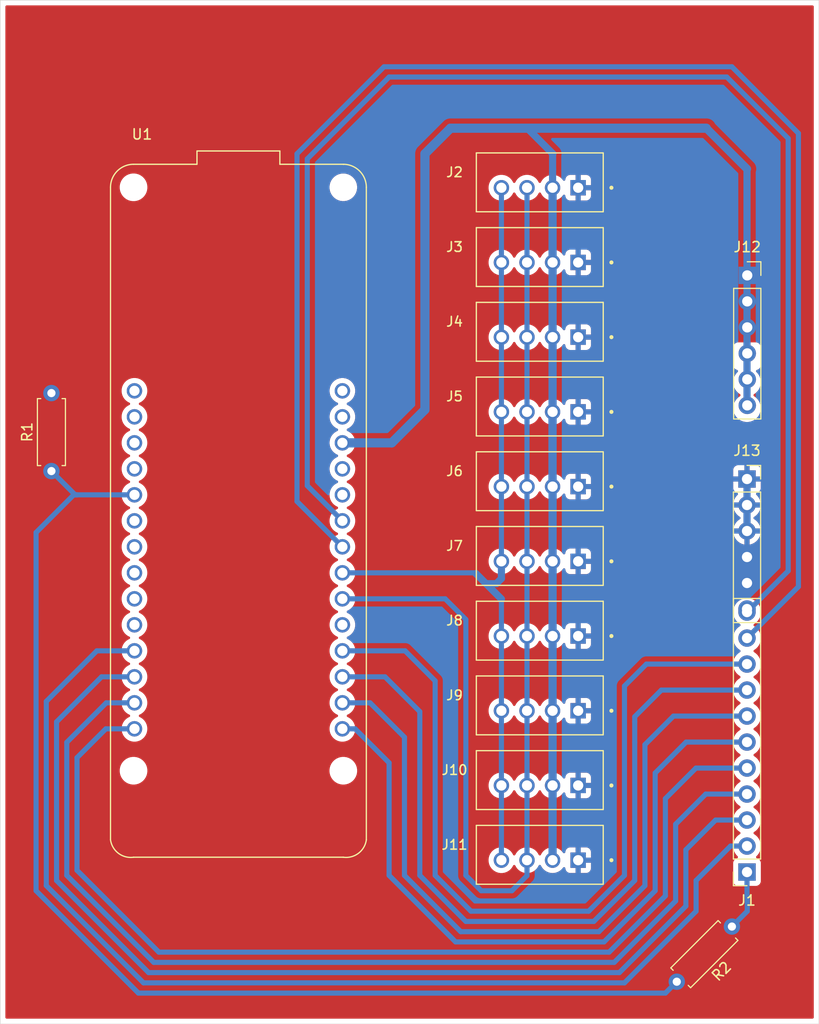
<source format=kicad_pcb>
(kicad_pcb (version 20241229) (generator "pcbnew") (generator_version "9.0")
  (layers (0 "F.Cu" signal) (2 "B.Cu" signal) (13 "F.Paste" user) (15 "B.Paste" user) (5 "F.SilkS" user "F.Silkscreen") (7 "B.SilkS" user "B.Silkscreen") (1 "F.Mask" user) (3 "B.Mask" user) (25 "Edge.Cuts" user))
  (net 0 "")
  (net 1 "/D5")
  (net 2 "/D2")
  (net 3 "/A3")
  (net 4 "/D6")
  (net 5 "/D4")
  (net 6 "/D3")
  (net 7 "/D9_SCK")
  (net 8 "/D7")
  (net 9 "/TX_D14")
  (net 10 "/RX_D13")
  (net 11 "/GND")
  (net 12 "/3v3")
  (net 13 "/SCL")
  (net 14 "/SDA")
  (net 29 "/D8_MOSI")
  (net 30 "Net-(J1-Pin_1)")
  (footprint "B4B-XH-A_LF__SN_:JST_B4B-XH-A_LF__SN_" (layer "F.Cu") (at 152.725 91.59)
    (property "Reference" "J8" (at -8.33 -0.985 0) (layer "F.SilkS") (effects (font (size 0.944882 0.944882))))
    (property "Value" "Pressure_Sensor")
    (fp_line (start -6.2 -2.875) (end 6.2 -2.875) (stroke (width 0.127)) (layer "F.SilkS"))
    (fp_line (start -6.2 2.875) (end -6.2 -2.875) (stroke (width 0.127)) (layer "F.SilkS"))
    (fp_line (start 6.2 -2.875) (end 6.2 2.875) (stroke (width 0.127)) (layer "F.SilkS"))
    (fp_line (start 6.2 2.875) (end -6.2 2.875) (stroke (width 0.127)) (layer "F.SilkS"))
    (fp_circle (center 7 0.525) (end 7.1 0.525) (stroke (width 0.2)) (fill no) (layer "F.SilkS"))
    (pad "1" thru_hole rect (at 3.75 0.525) (size 1.508 1.508) (drill 1) (layers "*.Cu" "*.Mask") (net 11 "/GND"))
    (pad "2" thru_hole circle (at 1.25 0.525) (size 1.508 1.508) (drill 1) (layers "*.Cu" "*.Mask") (net 12 "/3v3"))
    (pad "3" thru_hole circle (at -1.25 0.525) (size 1.508 1.508) (drill 1) (layers "*.Cu" "*.Mask") (net 14 "/SDA"))
    (pad "4" thru_hole circle (at -3.75 0.525) (size 1.508 1.508) (drill 1) (layers "*.Cu" "*.Mask") (net 13 "/SCL"))
  )
  (footprint "B4B-XH-A_LF__SN_:JST_B4B-XH-A_LF__SN_" (layer "F.Cu") (at 152.725 47.79)
    (property "Reference" "J2" (at -8.33 -0.985 0) (layer "F.SilkS") (effects (font (size 0.944882 0.944882))))
    (property "Value" "TH_Deep_Sensor")
    (fp_line (start -6.2 -2.875) (end 6.2 -2.875) (stroke (width 0.127)) (layer "F.SilkS"))
    (fp_line (start -6.2 2.875) (end -6.2 -2.875) (stroke (width 0.127)) (layer "F.SilkS"))
    (fp_line (start 6.2 -2.875) (end 6.2 2.875) (stroke (width 0.127)) (layer "F.SilkS"))
    (fp_line (start 6.2 2.875) (end -6.2 2.875) (stroke (width 0.127)) (layer "F.SilkS"))
    (fp_circle (center 7 0.525) (end 7.1 0.525) (stroke (width 0.2)) (fill no) (layer "F.SilkS"))
    (pad "1" thru_hole rect (at 3.75 0.525) (size 1.508 1.508) (drill 1) (layers "*.Cu" "*.Mask") (net 11 "/GND"))
    (pad "2" thru_hole circle (at 1.25 0.525) (size 1.508 1.508) (drill 1) (layers "*.Cu" "*.Mask") (net 12 "/3v3"))
    (pad "3" thru_hole circle (at -1.25 0.525) (size 1.508 1.508) (drill 1) (layers "*.Cu" "*.Mask") (net 14 "/SDA"))
    (pad "4" thru_hole circle (at -3.75 0.525) (size 1.508 1.508) (drill 1) (layers "*.Cu" "*.Mask") (net 13 "/SCL"))
  )
  (footprint "B4B-XH-A_LF__SN_:JST_B4B-XH-A_LF__SN_" (layer "F.Cu") (at 152.725 62.39)
    (property "Reference" "J4" (at -8.33 -0.985 0) (layer "F.SilkS") (effects (font (size 0.944882 0.944882))))
    (property "Value" "UV_IR_Sensor")
    (fp_line (start -6.2 -2.875) (end 6.2 -2.875) (stroke (width 0.127)) (layer "F.SilkS"))
    (fp_line (start -6.2 2.875) (end -6.2 -2.875) (stroke (width 0.127)) (layer "F.SilkS"))
    (fp_line (start 6.2 -2.875) (end 6.2 2.875) (stroke (width 0.127)) (layer "F.SilkS"))
    (fp_line (start 6.2 2.875) (end -6.2 2.875) (stroke (width 0.127)) (layer "F.SilkS"))
    (fp_circle (center 7 0.525) (end 7.1 0.525) (stroke (width 0.2)) (fill no) (layer "F.SilkS"))
    (pad "1" thru_hole rect (at 3.75 0.525) (size 1.508 1.508) (drill 1) (layers "*.Cu" "*.Mask") (net 11 "/GND"))
    (pad "2" thru_hole circle (at 1.25 0.525) (size 1.508 1.508) (drill 1) (layers "*.Cu" "*.Mask") (net 12 "/3v3"))
    (pad "3" thru_hole circle (at -1.25 0.525) (size 1.508 1.508) (drill 1) (layers "*.Cu" "*.Mask") (net 14 "/SDA"))
    (pad "4" thru_hole circle (at -3.75 0.525) (size 1.508 1.508) (drill 1) (layers "*.Cu" "*.Mask") (net 13 "/SCL"))
  )
  (footprint "B4B-XH-A_LF__SN_:JST_B4B-XH-A_LF__SN_" (layer "F.Cu") (at 152.725 84.29)
    (property "Reference" "J7" (at -8.33 -0.985 0) (layer "F.SilkS") (effects (font (size 0.944882 0.944882))))
    (property "Value" "CO2_Sensor")
    (fp_line (start -6.2 -2.875) (end 6.2 -2.875) (stroke (width 0.127)) (layer "F.SilkS"))
    (fp_line (start -6.2 2.875) (end -6.2 -2.875) (stroke (width 0.127)) (layer "F.SilkS"))
    (fp_line (start 6.2 -2.875) (end 6.2 2.875) (stroke (width 0.127)) (layer "F.SilkS"))
    (fp_line (start 6.2 2.875) (end -6.2 2.875) (stroke (width 0.127)) (layer "F.SilkS"))
    (fp_circle (center 7 0.525) (end 7.1 0.525) (stroke (width 0.2)) (fill no) (layer "F.SilkS"))
    (pad "1" thru_hole rect (at 3.75 0.525) (size 1.508 1.508) (drill 1) (layers "*.Cu" "*.Mask") (net 11 "/GND"))
    (pad "2" thru_hole circle (at 1.25 0.525) (size 1.508 1.508) (drill 1) (layers "*.Cu" "*.Mask") (net 12 "/3v3"))
    (pad "3" thru_hole circle (at -1.25 0.525) (size 1.508 1.508) (drill 1) (layers "*.Cu" "*.Mask") (net 14 "/SDA"))
    (pad "4" thru_hole circle (at -3.75 0.525) (size 1.508 1.508) (drill 1) (layers "*.Cu" "*.Mask") (net 13 "/SCL"))
  )
  (footprint "B4B-XH-A_LF__SN_:JST_B4B-XH-A_LF__SN_" (layer "F.Cu") (at 152.725 113.49)
    (property "Reference" "J11" (at -8.33 -0.985 0) (layer "F.SilkS") (effects (font (size 0.944882 0.944882))))
    (property "Value" "Extra_1")
    (fp_line (start -6.2 -2.875) (end 6.2 -2.875) (stroke (width 0.127)) (layer "F.SilkS"))
    (fp_line (start -6.2 2.875) (end -6.2 -2.875) (stroke (width 0.127)) (layer "F.SilkS"))
    (fp_line (start 6.2 -2.875) (end 6.2 2.875) (stroke (width 0.127)) (layer "F.SilkS"))
    (fp_line (start 6.2 2.875) (end -6.2 2.875) (stroke (width 0.127)) (layer "F.SilkS"))
    (fp_circle (center 7 0.525) (end 7.1 0.525) (stroke (width 0.2)) (fill no) (layer "F.SilkS"))
    (pad "1" thru_hole rect (at 3.75 0.525) (size 1.508 1.508) (drill 1) (layers "*.Cu" "*.Mask") (net 11 "/GND"))
    (pad "2" thru_hole circle (at 1.25 0.525) (size 1.508 1.508) (drill 1) (layers "*.Cu" "*.Mask") (net 12 "/3v3"))
    (pad "3" thru_hole circle (at -1.25 0.525) (size 1.508 1.508) (drill 1) (layers "*.Cu" "*.Mask") (net 14 "/SDA"))
    (pad "4" thru_hole circle (at -3.75 0.525) (size 1.508 1.508) (drill 1) (layers "*.Cu" "*.Mask") (net 13 "/SCL"))
  )
  (footprint "B4B-XH-A_LF__SN_:JST_B4B-XH-A_LF__SN_" (layer "F.Cu") (at 152.725 55.09)
    (property "Reference" "J3" (at -8.33 -0.985 0) (layer "F.SilkS") (effects (font (size 0.944882 0.944882))))
    (property "Value" "Other_Gaz_Sensor")
    (fp_line (start -6.2 -2.875) (end 6.2 -2.875) (stroke (width 0.127)) (layer "F.SilkS"))
    (fp_line (start -6.2 2.875) (end -6.2 -2.875) (stroke (width 0.127)) (layer "F.SilkS"))
    (fp_line (start 6.2 -2.875) (end 6.2 2.875) (stroke (width 0.127)) (layer "F.SilkS"))
    (fp_line (start 6.2 2.875) (end -6.2 2.875) (stroke (width 0.127)) (layer "F.SilkS"))
    (fp_circle (center 7 0.525) (end 7.1 0.525) (stroke (width 0.2)) (fill no) (layer "F.SilkS"))
    (pad "1" thru_hole rect (at 3.75 0.525) (size 1.508 1.508) (drill 1) (layers "*.Cu" "*.Mask") (net 11 "/GND"))
    (pad "2" thru_hole circle (at 1.25 0.525) (size 1.508 1.508) (drill 1) (layers "*.Cu" "*.Mask") (net 12 "/3v3"))
    (pad "3" thru_hole circle (at -1.25 0.525) (size 1.508 1.508) (drill 1) (layers "*.Cu" "*.Mask") (net 14 "/SDA"))
    (pad "4" thru_hole circle (at -3.75 0.525) (size 1.508 1.508) (drill 1) (layers "*.Cu" "*.Mask") (net 13 "/SCL"))
  )
  (footprint "Connector_PinSocket_2.54mm:PinSocket_1x06_P2.54mm_Vertical" (layer "F.Cu") (at 173 56.88)
    (property "Reference" "J12" (at 0 -2.77 0) (layer "F.SilkS"))
    (property "Value" "3v3")
    (fp_line (start -1.33 1.27) (end -1.33 14.03) (stroke (width 0.12)) (layer "F.SilkS"))
    (fp_line (start -1.33 1.27) (end 1.33 1.27) (stroke (width 0.12)) (layer "F.SilkS"))
    (fp_line (start -1.33 14.03) (end 1.33 14.03) (stroke (width 0.12)) (layer "F.SilkS"))
    (fp_line (start 0 -1.33) (end 1.33 -1.33) (stroke (width 0.12)) (layer "F.SilkS"))
    (fp_line (start 1.33 -1.33) (end 1.33 0) (stroke (width 0.12)) (layer "F.SilkS"))
    (fp_line (start 1.33 1.27) (end 1.33 14.03) (stroke (width 0.12)) (layer "F.SilkS"))
    (pad "1" thru_hole rect (at 0 0) (size 1.7 1.7) (drill 1) (layers "*.Cu" "*.Mask") (net 12 "/3v3"))
    (pad "2" thru_hole oval (at 0 2.54) (size 1.7 1.7) (drill 1) (layers "*.Cu" "*.Mask") (net 12 "/3v3"))
    (pad "3" thru_hole oval (at 0 5.08) (size 1.7 1.7) (drill 1) (layers "*.Cu" "*.Mask") (net 12 "/3v3"))
    (pad "4" thru_hole oval (at 0 7.62) (size 1.7 1.7) (drill 1) (layers "*.Cu" "*.Mask"))
    (pad "5" thru_hole oval (at 0 10.16) (size 1.7 1.7) (drill 1) (layers "*.Cu" "*.Mask"))
    (pad "6" thru_hole oval (at 0 12.7) (size 1.7 1.7) (drill 1) (layers "*.Cu" "*.Mask"))
  )
  (footprint "B4B-XH-A_LF__SN_:JST_B4B-XH-A_LF__SN_" (layer "F.Cu") (at 152.725 76.99)
    (property "Reference" "J6" (at -8.33 -0.985 0) (layer "F.SilkS") (effects (font (size 0.944882 0.944882))))
    (property "Value" "RGB_Sensor")
    (fp_line (start -6.2 -2.875) (end 6.2 -2.875) (stroke (width 0.127)) (layer "F.SilkS"))
    (fp_line (start -6.2 2.875) (end -6.2 -2.875) (stroke (width 0.127)) (layer "F.SilkS"))
    (fp_line (start 6.2 -2.875) (end 6.2 2.875) (stroke (width 0.127)) (layer "F.SilkS"))
    (fp_line (start 6.2 2.875) (end -6.2 2.875) (stroke (width 0.127)) (layer "F.SilkS"))
    (fp_circle (center 7 0.525) (end 7.1 0.525) (stroke (width 0.2)) (fill no) (layer "F.SilkS"))
    (pad "1" thru_hole rect (at 3.75 0.525) (size 1.508 1.508) (drill 1) (layers "*.Cu" "*.Mask") (net 11 "/GND"))
    (pad "2" thru_hole circle (at 1.25 0.525) (size 1.508 1.508) (drill 1) (layers "*.Cu" "*.Mask") (net 12 "/3v3"))
    (pad "3" thru_hole circle (at -1.25 0.525) (size 1.508 1.508) (drill 1) (layers "*.Cu" "*.Mask") (net 14 "/SDA"))
    (pad "4" thru_hole circle (at -3.75 0.525) (size 1.508 1.508) (drill 1) (layers "*.Cu" "*.Mask") (net 13 "/SCL"))
  )
  (footprint "Connector_PinSocket_2.54mm:PinSocket_1x11_P2.54mm_Vertical" (layer "F.Cu") (at 172.975 115.175 180)
    (property "Reference" "J1" (at 0 -2.77 0) (layer "F.SilkS"))
    (property "Value" "Conn_01x11")
    (fp_line (start 1.33 1.27) (end 1.33 26.73) (stroke (width 0.12)) (layer "F.SilkS"))
    (fp_line (start 1.33 -1.33) (end 1.33 0) (stroke (width 0.12)) (layer "F.SilkS"))
    (fp_line (start 0 -1.33) (end 1.33 -1.33) (stroke (width 0.12)) (layer "F.SilkS"))
    (fp_line (start -1.33 26.73) (end 1.33 26.73) (stroke (width 0.12)) (layer "F.SilkS"))
    (fp_line (start -1.33 1.27) (end 1.33 1.27) (stroke (width 0.12)) (layer "F.SilkS"))
    (fp_line (start -1.33 1.27) (end -1.33 26.73) (stroke (width 0.12)) (layer "F.SilkS"))
    (pad "1" thru_hole rect (at 0 0 180) (size 1.7 1.7) (drill 1) (layers "*.Cu" "*.Mask") (net 30 "Net-(J1-Pin_1)"))
    (pad "2" thru_hole oval (at 0 2.54 180) (size 1.7 1.7) (drill 1) (layers "*.Cu" "*.Mask") (net 2 "/D2"))
    (pad "3" thru_hole oval (at 0 5.08 180) (size 1.7 1.7) (drill 1) (layers "*.Cu" "*.Mask") (net 6 "/D3"))
    (pad "4" thru_hole oval (at 0 7.62 180) (size 1.7 1.7) (drill 1) (layers "*.Cu" "*.Mask") (net 5 "/D4"))
    (pad "5" thru_hole oval (at 0 10.16 180) (size 1.7 1.7) (drill 1) (layers "*.Cu" "*.Mask") (net 1 "/D5"))
    (pad "6" thru_hole oval (at 0 12.7 180) (size 1.7 1.7) (drill 1) (layers "*.Cu" "*.Mask") (net 4 "/D6"))
    (pad "7" thru_hole oval (at 0 15.24 180) (size 1.7 1.7) (drill 1) (layers "*.Cu" "*.Mask") (net 8 "/D7"))
    (pad "8" thru_hole oval (at 0 17.78 180) (size 1.7 1.7) (drill 1) (layers "*.Cu" "*.Mask") (net 29 "/D8_MOSI"))
    (pad "9" thru_hole oval (at 0 20.32 180) (size 1.7 1.7) (drill 1) (layers "*.Cu" "*.Mask") (net 7 "/D9_SCK"))
    (pad "10" thru_hole oval (at 0 22.86 180) (size 1.7 1.7) (drill 1) (layers "*.Cu" "*.Mask") (net 10 "/RX_D13"))
    (pad "11" thru_hole oval (at 0 25.4 180) (size 1.7 1.7) (drill 1) (layers "*.Cu" "*.Mask") (net 9 "/TX_D14"))
  )
  (footprint "B4B-XH-A_LF__SN_:JST_B4B-XH-A_LF__SN_" (layer "F.Cu") (at 152.725 69.69)
    (property "Reference" "J5" (at -8.33 -0.985 0) (layer "F.SilkS") (effects (font (size 0.944882 0.944882))))
    (property "Value" "Extra_2")
    (fp_line (start -6.2 -2.875) (end 6.2 -2.875) (stroke (width 0.127)) (layer "F.SilkS"))
    (fp_line (start -6.2 2.875) (end -6.2 -2.875) (stroke (width 0.127)) (layer "F.SilkS"))
    (fp_line (start 6.2 -2.875) (end 6.2 2.875) (stroke (width 0.127)) (layer "F.SilkS"))
    (fp_line (start 6.2 2.875) (end -6.2 2.875) (stroke (width 0.127)) (layer "F.SilkS"))
    (fp_circle (center 7 0.525) (end 7.1 0.525) (stroke (width 0.2)) (fill no) (layer "F.SilkS"))
    (pad "1" thru_hole rect (at 3.75 0.525) (size 1.508 1.508) (drill 1) (layers "*.Cu" "*.Mask") (net 11 "/GND"))
    (pad "2" thru_hole circle (at 1.25 0.525) (size 1.508 1.508) (drill 1) (layers "*.Cu" "*.Mask") (net 12 "/3v3"))
    (pad "3" thru_hole circle (at -1.25 0.525) (size 1.508 1.508) (drill 1) (layers "*.Cu" "*.Mask") (net 14 "/SDA"))
    (pad "4" thru_hole circle (at -3.75 0.525) (size 1.508 1.508) (drill 1) (layers "*.Cu" "*.Mask") (net 13 "/SCL"))
  )
  (footprint "Resistor_THT:R_Axial_DIN0207_L6.3mm_D2.5mm_P7.62mm_Horizontal" (layer "F.Cu") (at 105 76 90)
    (property "Reference" "R1" (at 3.81 -2.37 90) (layer "F.SilkS"))
    (property "Value" "R_US")
    (fp_line (start 7.08 -1.37) (end 7.08 -1.04) (stroke (width 0.12)) (layer "F.SilkS"))
    (fp_line (start 0.54 -1.37) (end 7.08 -1.37) (stroke (width 0.12)) (layer "F.SilkS"))
    (fp_line (start 0.54 -1.04) (end 0.54 -1.37) (stroke (width 0.12)) (layer "F.SilkS"))
    (fp_line (start 0.54 1.04) (end 0.54 1.37) (stroke (width 0.12)) (layer "F.SilkS"))
    (fp_line (start 7.08 1.37) (end 7.08 1.04) (stroke (width 0.12)) (layer "F.SilkS"))
    (fp_line (start 0.54 1.37) (end 7.08 1.37) (stroke (width 0.12)) (layer "F.SilkS"))
    (pad "1" thru_hole circle (at 0 0 90) (size 1.6 1.6) (drill 0.8) (layers "*.Cu" "*.Mask") (net 3 "/A3"))
    (pad "2" thru_hole oval (at 7.62 0 90) (size 1.6 1.6) (drill 0.8) (layers "*.Cu" "*.Mask") (net 11 "/GND"))
  )
  (footprint "Connector_PinSocket_2.54mm:PinSocket_1x06_P2.54mm_Vertical" (layer "F.Cu") (at 172.975 76.775)
    (property "Reference" "J13" (at 0 -2.77 0) (layer "F.SilkS"))
    (property "Value" "GND")
    (fp_line (start -1.33 1.27) (end -1.33 14.03) (stroke (width 0.12)) (layer "F.SilkS"))
    (fp_line (start -1.33 1.27) (end 1.33 1.27) (stroke (width 0.12)) (layer "F.SilkS"))
    (fp_line (start -1.33 14.03) (end 1.33 14.03) (stroke (width 0.12)) (layer "F.SilkS"))
    (fp_line (start 0 -1.33) (end 1.33 -1.33) (stroke (width 0.12)) (layer "F.SilkS"))
    (fp_line (start 1.33 -1.33) (end 1.33 0) (stroke (width 0.12)) (layer "F.SilkS"))
    (fp_line (start 1.33 1.27) (end 1.33 14.03) (stroke (width 0.12)) (layer "F.SilkS"))
    (pad "1" thru_hole rect (at 0 0) (size 1.7 1.7) (drill 1) (layers "*.Cu" "*.Mask") (net 11 "/GND"))
    (pad "2" thru_hole oval (at 0 2.54) (size 1.7 1.7) (drill 1) (layers "*.Cu" "*.Mask") (net 11 "/GND"))
    (pad "3" thru_hole oval (at 0 5.08) (size 1.7 1.7) (drill 1) (layers "*.Cu" "*.Mask") (net 11 "/GND"))
    (pad "4" thru_hole oval (at 0 7.62) (size 1.7 1.7) (drill 1) (layers "*.Cu" "*.Mask"))
    (pad "5" thru_hole oval (at 0 10.16) (size 1.7 1.7) (drill 1) (layers "*.Cu" "*.Mask"))
    (pad "6" thru_hole oval (at 0 12.7) (size 1.7 1.7) (drill 1) (layers "*.Cu" "*.Mask"))
  )
  (footprint "B4B-XH-A_LF__SN_:JST_B4B-XH-A_LF__SN_" (layer "F.Cu") (at 152.725 98.89)
    (property "Reference" "J9" (at -8.33 -0.985 0) (layer "F.SilkS") (effects (font (size 0.944882 0.944882))))
    (property "Value" "TH_Surface_Sensor")
    (fp_line (start -6.2 -2.875) (end 6.2 -2.875) (stroke (width 0.127)) (layer "F.SilkS"))
    (fp_line (start -6.2 2.875) (end -6.2 -2.875) (stroke (width 0.127)) (layer "F.SilkS"))
    (fp_line (start 6.2 -2.875) (end 6.2 2.875) (stroke (width 0.127)) (layer "F.SilkS"))
    (fp_line (start 6.2 2.875) (end -6.2 2.875) (stroke (width 0.127)) (layer "F.SilkS"))
    (fp_circle (center 7 0.525) (end 7.1 0.525) (stroke (width 0.2)) (fill no) (layer "F.SilkS"))
    (pad "1" thru_hole rect (at 3.75 0.525) (size 1.508 1.508) (drill 1) (layers "*.Cu" "*.Mask") (net 11 "/GND"))
    (pad "2" thru_hole circle (at 1.25 0.525) (size 1.508 1.508) (drill 1) (layers "*.Cu" "*.Mask") (net 12 "/3v3"))
    (pad "3" thru_hole circle (at -1.25 0.525) (size 1.508 1.508) (drill 1) (layers "*.Cu" "*.Mask") (net 14 "/SDA"))
    (pad "4" thru_hole circle (at -3.75 0.525) (size 1.508 1.508) (drill 1) (layers "*.Cu" "*.Mask") (net 13 "/SCL"))
  )
  (footprint "ARDUINO_MKR_WAN_1310:BOARD_ARDUINO_MKR_WAN_1310" (layer "F.Cu") (at 123.275 79.875)
    (property "Reference" "U1" (at -9.425 -36.775 0) (layer "F.SilkS"))
    (property "Value" "ARDUINO_MKR_WAN_1310")
    (fp_line (start -12.5 -31.6) (end -12.5 32.15) (stroke (width 0.127)) (layer "F.SilkS"))
    (fp_line (start -10.25 33.85) (end 10.25 33.85) (stroke (width 0.127)) (layer "F.SilkS"))
    (fp_line (start -4.05 -35.15) (end -4.05 -33.85) (stroke (width 0.127)) (layer "F.SilkS"))
    (fp_line (start -4.05 -33.85) (end -10.25 -33.85) (stroke (width 0.127)) (layer "F.SilkS"))
    (fp_line (start 4.05 -35.15) (end -4.05 -35.15) (stroke (width 0.127)) (layer "F.SilkS"))
    (fp_line (start 4.05 -33.85) (end 4.05 -35.15) (stroke (width 0.127)) (layer "F.SilkS"))
    (fp_line (start 10.25 -33.85) (end 4.05 -33.85) (stroke (width 0.127)) (layer "F.SilkS"))
    (fp_line (start 10.25 -33.85) (end 10.3 -33.85) (stroke (width 0.127)) (layer "F.SilkS"))
    (fp_line (start 12.5 32.15) (end 12.5 -31.6) (stroke (width 0.127)) (layer "F.SilkS"))
    (fp_arc (start -12.5 -31.6) (mid -11.84099 -33.19099) (end -10.25 -33.85) (stroke (width 0.127)) (layer "F.SilkS"))
    (fp_arc (start -10.25 33.85) (mid -11.727082 33.46599) (end -12.5 32.15) (stroke (width 0.127)) (layer "F.SilkS"))
    (fp_arc (start 10.25 -33.85) (mid 11.84099 -33.19099) (end 12.5 -31.6) (stroke (width 0.127)) (layer "F.SilkS"))
    (fp_arc (start 12.5 32.15) (mid 11.727082 33.46599) (end 10.25 33.85) (stroke (width 0.127)) (layer "F.SilkS"))
    (pad "" np_thru_hole circle (at -10.25 -31.6) (size 2.2 2.2) (drill 2.2) (layers "*.Cu" "*.Mask"))
    (pad "" np_thru_hole circle (at -10.25 25.4) (size 2.2 2.2) (drill 2.2) (layers "*.Cu" "*.Mask"))
    (pad "" np_thru_hole circle (at 10.25 -31.6) (size 2.2 2.2) (drill 2.2) (layers "*.Cu" "*.Mask"))
    (pad "" np_thru_hole circle (at 10.25 25.4) (size 2.2 2.2) (drill 2.2) (layers "*.Cu" "*.Mask"))
    (pad "J3_1" thru_hole circle (at -10.16 -11.7152) (size 1.508 1.508) (drill 1) (layers "*.Cu" "*.Mask"))
    (pad "J3_2" thru_hole circle (at -10.16 -9.1752) (size 1.508 1.508) (drill 1) (layers "*.Cu" "*.Mask"))
    (pad "J3_3" thru_hole circle (at -10.16 -6.6352) (size 1.508 1.508) (drill 1) (layers "*.Cu" "*.Mask"))
    (pad "J3_4" thru_hole circle (at -10.16 -4.0952) (size 1.508 1.508) (drill 1) (layers "*.Cu" "*.Mask"))
    (pad "J3_5" thru_hole circle (at -10.16 -1.5552) (size 1.508 1.508) (drill 1) (layers "*.Cu" "*.Mask") (net 3 "/A3"))
    (pad "J3_6" thru_hole circle (at -10.16 0.9848) (size 1.508 1.508) (drill 1) (layers "*.Cu" "*.Mask"))
    (pad "J3_7" thru_hole circle (at -10.16 3.5248) (size 1.508 1.508) (drill 1) (layers "*.Cu" "*.Mask"))
    (pad "J3_8" thru_hole circle (at -10.16 6.0648) (size 1.508 1.508) (drill 1) (layers "*.Cu" "*.Mask"))
    (pad "J3_9" thru_hole circle (at -10.16 8.6048) (size 1.508 1.508) (drill 1) (layers "*.Cu" "*.Mask"))
    (pad "J3_10" thru_hole circle (at -10.16 11.1448) (size 1.508 1.508) (drill 1) (layers "*.Cu" "*.Mask"))
    (pad "J3_11" thru_hole circle (at -10.16 13.6848) (size 1.508 1.508) (drill 1) (layers "*.Cu" "*.Mask") (net 2 "/D2"))
    (pad "J3_12" thru_hole circle (at -10.16 16.2248) (size 1.508 1.508) (drill 1) (layers "*.Cu" "*.Mask") (net 6 "/D3"))
    (pad "J3_13" thru_hole circle (at -10.16 18.7648) (size 1.508 1.508) (drill 1) (layers "*.Cu" "*.Mask") (net 5 "/D4"))
    (pad "J3_14" thru_hole circle (at -10.16 21.3048) (size 1.508 1.508) (drill 1) (layers "*.Cu" "*.Mask") (net 1 "/D5"))
    (pad "J5_1" thru_hole circle (at 10.16 21.3048) (size 1.508 1.508) (drill 1) (layers "*.Cu" "*.Mask") (net 4 "/D6"))
    (pad "J5_2" thru_hole circle (at 10.16 18.7648) (size 1.508 1.508) (drill 1) (layers "*.Cu" "*.Mask") (net 8 "/D7"))
    (pad "J5_3" thru_hole circle (at 10.16 16.2248) (size 1.508 1.508) (drill 1) (layers "*.Cu" "*.Mask") (net 29 "/D8_MOSI"))
    (pad "J5_4" thru_hole circle (at 10.16 13.6848) (size 1.508 1.508) (drill 1) (layers "*.Cu" "*.Mask") (net 7 "/D9_SCK"))
    (pad "J5_5" thru_hole circle (at 10.16 11.1448) (size 1.508 1.508) (drill 1) (layers "*.Cu" "*.Mask"))
    (pad "J5_6" thru_hole circle (at 10.16 8.6048) (size 1.508 1.508) (drill 1) (layers "*.Cu" "*.Mask") (net 14 "/SDA"))
    (pad "J5_7" thru_hole circle (at 10.16 6.0648) (size 1.508 1.508) (drill 1) (layers "*.Cu" "*.Mask") (net 13 "/SCL"))
    (pad "J5_8" thru_hole circle (at 10.16 3.5248) (size 1.508 1.508) (drill 1) (layers "*.Cu" "*.Mask") (net 10 "/RX_D13"))
    (pad "J5_9" thru_hole circle (at 10.16 0.9848) (size 1.508 1.508) (drill 1) (layers "*.Cu" "*.Mask") (net 9 "/TX_D14"))
    (pad "J5_10" thru_hole circle (at 10.16 -1.5552) (size 1.508 1.508) (drill 1) (layers "*.Cu" "*.Mask"))
    (pad "J5_11" thru_hole circle (at 10.16 -4.0952) (size 1.508 1.508) (drill 1) (layers "*.Cu" "*.Mask"))
    (pad "J5_12" thru_hole circle (at 10.16 -6.6352) (size 1.508 1.508) (drill 1) (layers "*.Cu" "*.Mask") (net 12 "/3v3"))
    (pad "J5_13" thru_hole circle (at 10.16 -9.1752) (size 1.508 1.508) (drill 1) (layers "*.Cu" "*.Mask"))
    (pad "J5_14" thru_hole circle (at 10.16 -11.7152) (size 1.508 1.508) (drill 1) (layers "*.Cu" "*.Mask"))
  )
  (footprint "Resistor_THT:R_Axial_DIN0207_L6.3mm_D2.5mm_P7.62mm_Horizontal" (layer "F.Cu") (at 171.5 120.5 -135)
    (property "Reference" "R2" (at 3.81 -2.37 45) (layer "F.SilkS"))
    (property "Value" "R_US")
    (fp_line (start 7.08 1.37) (end 7.08 1.04) (stroke (width 0.12)) (layer "F.SilkS"))
    (fp_line (start 7.08 -1.37) (end 7.08 -1.04) (stroke (width 0.12)) (layer "F.SilkS"))
    (fp_line (start 0.54 1.37) (end 7.08 1.37) (stroke (width 0.12)) (layer "F.SilkS"))
    (fp_line (start 0.54 1.04) (end 0.54 1.37) (stroke (width 0.12)) (layer "F.SilkS"))
    (fp_line (start 0.54 -1.04) (end 0.54 -1.37) (stroke (width 0.12)) (layer "F.SilkS"))
    (fp_line (start 0.54 -1.37) (end 7.08 -1.37) (stroke (width 0.12)) (layer "F.SilkS"))
    (pad "1" thru_hole circle (at 0 0 225) (size 1.6 1.6) (drill 0.8) (layers "*.Cu" "*.Mask") (net 30 "Net-(J1-Pin_1)"))
    (pad "2" thru_hole oval (at 7.62 0 225) (size 1.6 1.6) (drill 0.8) (layers "*.Cu" "*.Mask") (net 3 "/A3"))
  )
  (footprint "B4B-XH-A_LF__SN_:JST_B4B-XH-A_LF__SN_" (layer "F.Cu") (at 152.725 106.19)
    (property "Reference" "J10" (at -8.33 -0.985 0) (layer "F.SilkS") (effects (font (size 0.944882 0.944882))))
    (property "Value" "O2_Sensor")
    (fp_line (start -6.2 -2.875) (end 6.2 -2.875) (stroke (width 0.127)) (layer "F.SilkS"))
    (fp_line (start -6.2 2.875) (end -6.2 -2.875) (stroke (width 0.127)) (layer "F.SilkS"))
    (fp_line (start 6.2 -2.875) (end 6.2 2.875) (stroke (width 0.127)) (layer "F.SilkS"))
    (fp_line (start 6.2 2.875) (end -6.2 2.875) (stroke (width 0.127)) (layer "F.SilkS"))
    (fp_circle (center 7 0.525) (end 7.1 0.525) (stroke (width 0.2)) (fill no) (layer "F.SilkS"))
    (pad "1" thru_hole rect (at 3.75 0.525) (size 1.508 1.508) (drill 1) (layers "*.Cu" "*.Mask") (net 11 "/GND"))
    (pad "2" thru_hole circle (at 1.25 0.525) (size 1.508 1.508) (drill 1) (layers "*.Cu" "*.Mask") (net 12 "/3v3"))
    (pad "3" thru_hole circle (at -1.25 0.525) (size 1.508 1.508) (drill 1) (layers "*.Cu" "*.Mask") (net 14 "/SDA"))
    (pad "4" thru_hole circle (at -3.75 0.525) (size 1.508 1.508) (drill 1) (layers "*.Cu" "*.Mask") (net 13 "/SCL"))
  )
  (gr_line (start 166 61) (end 166 58.5) (stroke (width 0.2)) (layer "F.Cu") (net 11))
  (gr_line (start 180 30) (end 180 130) (stroke (width 0.05)) (layer "Edge.Cuts"))
  (gr_line (start 100 130) (end 100 30) (stroke (width 0.05)) (layer "Edge.Cuts"))
  (gr_line (start 180 130) (end 100 130) (stroke (width 0.05)) (layer "Edge.Cuts"))
  (gr_line (start 180 30) (end 100 30) (stroke (width 0.05)) (layer "Edge.Cuts"))
  (segment (start 167.985 105.015) (end 172.975 105.015) (width 0.5) (layer "B.Cu") (net 1))
  (segment (start 159.5 123) (end 165 117.5) (width 0.5) (layer "B.Cu") (net 1))
  (segment (start 165 117.5) (end 165 108) (width 0.5) (layer "B.Cu") (net 1))
  (segment (start 165 108) (end 167.985 105.015) (width 0.5) (layer "B.Cu") (net 1))
  (segment (start 113.115 101.1798) (end 110.3202 101.1798) (width 0.5) (layer "B.Cu") (net 1))
  (segment (start 107.5 104) (end 107.5 115) (width 0.5) (layer "B.Cu") (net 1))
  (segment (start 115.5 123) (end 159.5 123) (width 0.5) (layer "B.Cu") (net 1))
  (segment (start 107.5 115) (end 115.5 123) (width 0.5) (layer "B.Cu") (net 1))
  (segment (start 110.3202 101.1798) (end 107.5 104) (width 0.5) (layer "B.Cu") (net 1))
  (segment (start 161 126) (end 114 126) (width 0.5) (layer "B.Cu") (net 2))
  (segment (start 109.4402 93.5598) (end 113.115 93.5598) (width 0.5) (layer "B.Cu") (net 2))
  (segment (start 114 126) (end 104.5 116.5) (width 0.5) (layer "B.Cu") (net 2))
  (segment (start 104.5 116.5) (end 104.5 98.5) (width 0.5) (layer "B.Cu") (net 2))
  (segment (start 171.365 112.635) (end 168 116) (width 0.5) (layer "B.Cu") (net 2))
  (segment (start 168 119) (end 161 126) (width 0.5) (layer "B.Cu") (net 2))
  (segment (start 104.5 98.5) (end 109.4402 93.5598) (width 0.5) (layer "B.Cu") (net 2))
  (segment (start 172.975 112.635) (end 171.365 112.635) (width 0.5) (layer "B.Cu") (net 2))
  (segment (start 168 116) (end 168 119) (width 0.5) (layer "B.Cu") (net 2))
  (segment (start 107.5 78.3198) (end 107.1802 78.3198) (width 0.5) (layer "B.Cu") (net 3))
  (segment (start 113.115 78.3198) (end 110.5 78.3198) (width 0.5) (layer "B.Cu") (net 3))
  (segment (start 107.1802 78.3198) (end 103.5 82) (width 0.5) (layer "B.Cu") (net 3))
  (segment (start 107.5 78.3198) (end 107.3198 78.3198) (width 0.5) (layer "B.Cu") (net 3))
  (segment (start 103.5 117) (end 113.5 127) (width 0.5) (layer "B.Cu") (net 3))
  (segment (start 107.3198 78.3198) (end 105 76) (width 0.5) (layer "B.Cu") (net 3))
  (segment (start 113.5 127) (end 165 127) (width 0.5) (layer "B.Cu") (net 3))
  (segment (start 103.5 82) (end 103.5 117) (width 0.5) (layer "B.Cu") (net 3))
  (segment (start 110.5 78.3198) (end 107.5 78.3198) (width 0.5) (layer "B.Cu") (net 3))
  (segment (start 166.111846 125.888154) (end 165 127) (width 0.5) (layer "B.Cu") (net 3))
  (segment (start 167.025 102.475) (end 164 105.5) (width 0.5) (layer "B.Cu") (net 4))
  (segment (start 164 117) (end 159 122) (width 0.5) (layer "B.Cu") (net 4))
  (segment (start 159 122) (end 144.5 122) (width 0.5) (layer "B.Cu") (net 4))
  (segment (start 138 115.5) (end 138 104.5) (width 0.5) (layer "B.Cu") (net 4))
  (segment (start 172.975 102.475) (end 167.025 102.475) (width 0.5) (layer "B.Cu") (net 4))
  (segment (start 164 105.5) (end 164 117) (width 0.5) (layer "B.Cu") (net 4))
  (segment (start 144.5 122) (end 138 115.5) (width 0.5) (layer "B.Cu") (net 4))
  (segment (start 138 104.5) (end 134.6798 101.1798) (width 0.5) (layer "B.Cu") (net 4))
  (segment (start 134.6798 101.1798) (end 133.435 101.1798) (width 0.5) (layer "B.Cu") (net 4))
  (segment (start 115 124) (end 106.5 115.5) (width 0.5) (layer "B.Cu") (net 5))
  (segment (start 106.5 102.5) (end 110.3602 98.6398) (width 0.5) (layer "B.Cu") (net 5))
  (segment (start 168.945 107.555) (end 166 110.5) (width 0.5) (layer "B.Cu") (net 5))
  (segment (start 166 118) (end 160 124) (width 0.5) (layer "B.Cu") (net 5))
  (segment (start 166 110.5) (end 166 118) (width 0.5) (layer "B.Cu") (net 5))
  (segment (start 110.3602 98.6398) (end 113.115 98.6398) (width 0.5) (layer "B.Cu") (net 5))
  (segment (start 172.975 107.555) (end 168.945 107.555) (width 0.5) (layer "B.Cu") (net 5))
  (segment (start 160 124) (end 115 124) (width 0.5) (layer "B.Cu") (net 5))
  (segment (start 106.5 115.5) (end 106.5 102.5) (width 0.5) (layer "B.Cu") (net 5))
  (segment (start 169.905 110.095) (end 167 113) (width 0.5) (layer "B.Cu") (net 6))
  (segment (start 105.5 100.5) (end 105.5 116) (width 0.5) (layer "B.Cu") (net 6))
  (segment (start 167 118.5) (end 167 113) (width 0.5) (layer "B.Cu") (net 6))
  (segment (start 105.5 116) (end 114.5 125) (width 0.5) (layer "B.Cu") (net 6))
  (segment (start 114.5 125) (end 160.5 125) (width 0.5) (layer "B.Cu") (net 6))
  (segment (start 160.5 125) (end 167 118.5) (width 0.5) (layer "B.Cu") (net 6))
  (segment (start 172.975 110.095) (end 169.905 110.095) (width 0.5) (layer "B.Cu") (net 6))
  (segment (start 109.9002 96.0998) (end 105.5 100.5) (width 0.5) (layer "B.Cu") (net 6))
  (segment (start 113.115 96.0998) (end 109.9002 96.0998) (width 0.5) (layer "B.Cu") (net 6))
  (segment (start 139.5598 93.5598) (end 142.5 96.5) (width 0.5) (layer "B.Cu") (net 7))
  (segment (start 146 119) (end 157.5 119) (width 0.5) (layer "B.Cu") (net 7))
  (segment (start 161 97) (end 163.145 94.855) (width 0.5) (layer "B.Cu") (net 7))
  (segment (start 163.145 94.855) (end 172.975 94.855) (width 0.5) (layer "B.Cu") (net 7))
  (segment (start 142.5 96.5) (end 142.5 115.5) (width 0.5) (layer "B.Cu") (net 7))
  (segment (start 133.435 93.5598) (end 139.5598 93.5598) (width 0.5) (layer "B.Cu") (net 7))
  (segment (start 157.5 119) (end 161 115.5) (width 0.5) (layer "B.Cu") (net 7))
  (segment (start 142.5 115.5) (end 146 119) (width 0.5) (layer "B.Cu") (net 7))
  (segment (start 161 115.5) (end 161 97) (width 0.5) (layer "B.Cu") (net 7))
  (segment (start 139.5 102) (end 139.5 106.5) (width 0.5) (layer "B.Cu") (net 8))
  (segment (start 133.435 98.6398) (end 133.435 98.565) (width 0.5) (layer "B.Cu") (net 8))
  (segment (start 136.1398 98.6398) (end 139 101.5) (width 0.5) (layer "B.Cu") (net 8))
  (segment (start 133.435 98.6398) (end 136.1398 98.6398) (width 0.5) (layer "B.Cu") (net 8))
  (segment (start 172.975 99.935) (end 165.790794 99.935) (width 0.5) (layer "B.Cu") (net 8))
  (segment (start 145 121) (end 139.5 115.5) (width 0.5) (layer "B.Cu") (net 8))
  (segment (start 139.5 106.5) (end 139.5 106) (width 0.5) (layer "B.Cu") (net 8))
  (segment (start 139 101.5) (end 139.5 102) (width 0.5) (layer "B.Cu") (net 8))
  (segment (start 163 116.5) (end 158.5 121) (width 0.5) (layer "B.Cu") (net 8))
  (segment (start 158.5 121) (end 145 121) (width 0.5) (layer "B.Cu") (net 8))
  (segment (start 163 102.725794) (end 163 116.5) (width 0.5) (layer "B.Cu") (net 8))
  (segment (start 165.790794 99.935) (end 163 102.725794) (width 0.5) (layer "B.Cu") (net 8))
  (segment (start 133.435 98.565) (end 133.5 98.5) (width 0.5) (layer "B.Cu") (net 8))
  (segment (start 139.5 115.5) (end 139.5 106.5) (width 0.5) (layer "B.Cu") (net 8))
  (segment (start 177 85.75) (end 177 43.5) (width 0.5) (layer "B.Cu") (net 9))
  (segment (start 177 43.5) (end 171 37.5) (width 0.5) (layer "B.Cu") (net 9))
  (segment (start 172.975 89.775) (end 177 85.75) (width 0.5) (layer "B.Cu") (net 9))
  (segment (start 138 37.5) (end 130 45.5) (width 0.5) (layer "B.Cu") (net 9))
  (segment (start 130 77.4248) (end 133.435 80.8598) (width 0.5) (layer "B.Cu") (net 9))
  (segment (start 130 45.5) (end 130 77.4248) (width 0.5) (layer "B.Cu") (net 9))
  (segment (start 171 37.5) (end 138 37.5) (width 0.5) (layer "B.Cu") (net 9))
  (segment (start 137.5 36.5) (end 129 45) (width 0.5) (layer "B.Cu") (net 10))
  (segment (start 178 43) (end 171.5 36.5) (width 0.5) (layer "B.Cu") (net 10))
  (segment (start 129 78.9648) (end 133.435 83.3998) (width 0.5) (layer "B.Cu") (net 10))
  (segment (start 178 87.29) (end 178 43) (width 0.5) (layer "B.Cu") (net 10))
  (segment (start 172.975 92.315) (end 178 87.29) (width 0.5) (layer "B.Cu") (net 10))
  (segment (start 171.5 36.5) (end 137.5 36.5) (width 0.5) (layer "B.Cu") (net 10))
  (segment (start 129 45) (end 129 78.9648) (width 0.5) (layer "B.Cu") (net 10))
  (segment (start 172.975 76.775) (end 172.975 81.855) (width 0.7) (layer "B.Cu") (net 11))
  (segment (start 154 84.84) (end 154 84.975) (width 0.5) (layer "B.Cu") (net 12))
  (segment (start 153.975 70.215) (end 153.975 97.5) (width 0.8) (layer "B.Cu") (net 12))
  (segment (start 153.975 46.525) (end 153.975 48.315) (width 0.7) (layer "B.Cu") (net 12))
  (segment (start 153.985 77.515) (end 154 77.5) (width 0.5) (layer "B.Cu") (net 12))
  (segment (start 153.975 77.515) (end 153.985 77.515) (width 0.5) (layer "B.Cu") (net 12))
  (segment (start 154 84.975) (end 153.975 85) (width 0.5) (layer "B.Cu") (net 12))
  (segment (start 153.975 106.715) (end 153.975 114.015) (width 0.8) (layer "B.Cu") (net 12))
  (segment (start 172.975 64.775) (end 172.975 69.855) (width 0.7) (layer "B.Cu") (net 12))
  (segment (start 133.435 73.2398) (end 138.2602 73.2398) (width 0.9) (layer "B.Cu") (net 12))
  (segment (start 153.975 77.515) (end 153.975 70.215) (width 0.8) (layer "B.Cu") (net 12))
  (segment (start 141.5 45) (end 144 42.5) (width 0.9) (layer "B.Cu") (net 12))
  (segment (start 153.975 97.5) (end 153.975 99.415) (width 0.8) (layer "B.Cu") (net 12))
  (segment (start 144 42.5) (end 169 42.5) (width 0.9) (layer "B.Cu") (net 12))
  (segment (start 169 42.5) (end 172.975 46.475) (width 0.8) (layer "B.Cu") (net 12))
  (segment (start 172.975 64.775) (end 172.975 46.475) (width 0.7) (layer "B.Cu") (net 12))
  (segment (start 138.2602 73.2398) (end 141.5 70) (width 0.9) (layer "B.Cu") (net 12))
  (segment (start 141.5 70) (end 141.5 45) (width 0.9) (layer "B.Cu") (net 12))
  (segment (start 153.975 46.525) (end 153.975 45.025) (width 0.7) (layer "B.Cu") (net 12))
  (segment (start 153.975 70.215) (end 153.975 48.315) (width 0.8) (layer "B.Cu") (net 12))
  (segment (start 153.975 99.415) (end 153.975 106.715) (width 0.8) (layer "B.Cu") (net 12))
  (segment (start 153.975 45.025) (end 154 45) (width 0.7) (layer "B.Cu") (net 12))
  (segment (start 154 45) (end 151.5 42.5) (width 0.7) (layer "B.Cu") (net 12))
  (segment (start 153.975 84.815) (end 154 84.84) (width 0.5) (layer "B.Cu") (net 12))
  (segment (start 153.975 77.515) (end 153.975 85) (width 0.5) (layer "B.Cu") (net 12))
  (segment (start 153.975 113) (end 153.975 114.015) (width 0.5) (layer "B.Cu") (net 12))
  (segment (start 148.975 99.415) (end 148.975 106.715) (width 0.5) (layer "B.Cu") (net 13))
  (segment (start 148.975 86.5) (end 148.975 84.815) (width 0.7) (layer "B.Cu") (net 13))
  (segment (start 147.475 87) (end 148.475 87) (width 0.7) (layer "B.Cu") (net 13))
  (segment (start 148.975 109) (end 148.975 106.715) (width 0.5) (layer "B.Cu") (net 13))
  (segment (start 148.475 87) (end 148.975 86.5) (width 0.7) (layer "B.Cu") (net 13))
  (segment (start 148.975 77.515) (end 148.975 84.815) (width 0.5) (layer "B.Cu") (net 13))
  (segment (start 148.975 48.315) (end 148.975 77.515) (width 0.5) (layer "B.Cu") (net 13))
  (segment (start 147.4875 87.0125) (end 147.5 87) (width 0.5) (layer "B.Cu") (net 13))
  (segment (start 146.4148 85.9398) (end 146.4875 86.0125) (width 0.5) (layer "B.Cu") (net 13))
  (segment (start 146.4875 86.0125) (end 147.475 87) (width 0.7) (layer "B.Cu") (net 13))
  (segment (start 148.975 99.415) (end 148.975 88.5) (width 0.5) (layer "B.Cu") (net 13))
  (segment (start 147.475 87) (end 148.975 88.5) (width 0.7) (layer "B.Cu") (net 13))
  (segment (start 148.975 114.015) (end 148.975 109) (width 0.5) (layer "B.Cu") (net 13))
  (segment (start 133.435 85.9398) (end 146.4148 85.9398) (width 0.5) (layer "B.Cu") (net 13))
  (segment (start 145.5 115.5) (end 145.5 90.5) (width 0.5) (layer "B.Cu") (net 14))
  (segment (start 151.475 115.525) (end 150 117) (width 0.5) (layer "B.Cu") (net 14))
  (segment (start 151.475 114.015) (end 151.475 115.525) (width 0.5) (layer "B.Cu") (net 14))
  (segment (start 150 117) (end 147 117) (width 0.5) (layer "B.Cu") (net 14))
  (segment (start 145.5 90.5) (end 143.4798 88.4798) (width 0.5) (layer "B.Cu") (net 14))
  (segment (start 151.475 48.315) (end 151.475 77.515) (width 0.5) (layer "B.Cu") (net 14))
  (segment (start 151.475 114.015) (end 151.475 77.515) (width 0.5) (layer "B.Cu") (net 14))
  (segment (start 147 117) (end 145.5 115.5) (width 0.5) (layer "B.Cu") (net 14))
  (segment (start 143.4798 88.4798) (end 133.435 88.4798) (width 0.5) (layer "B.Cu") (net 14))
  (segment (start 162 100) (end 162 100.5) (width 0.5) (layer "B.Cu") (net 29))
  (segment (start 141 115.5) (end 141 99.5) (width 0.5) (layer "B.Cu") (net 29))
  (segment (start 172.975 97.395) (end 164.605 97.395) (width 0.5) (layer "B.Cu") (net 29))
  (segment (start 137.5998 96.0998) (end 133.435 96.0998) (width 0.5) (layer "B.Cu") (net 29))
  (segment (start 162 102.5) (end 162 116) (width 0.5) (layer "B.Cu") (net 29))
  (segment (start 162 116) (end 158 120) (width 0.5) (layer "B.Cu") (net 29))
  (segment (start 141 99.5) (end 137.5998 96.0998) (width 0.5) (layer "B.Cu") (net 29))
  (segment (start 164.605 97.395) (end 162 100) (width 0.5) (layer "B.Cu") (net 29))
  (segment (start 145.5 120) (end 141 115.5) (width 0.5) (layer "B.Cu") (net 29))
  (segment (start 158 120) (end 145.5 120) (width 0.5) (layer "B.Cu") (net 29))
  (segment (start 162 100.5) (end 162 102.5) (width 0.5) (layer "B.Cu") (net 29))
  (segment (start 171.694077 120.305923) (end 173 119) (width 0.5) (layer "B.Cu") (net 30))
  (segment (start 173 117.5) (end 172.975 117.475) (width 0.5) (layer "B.Cu") (net 30))
  (segment (start 172.975 117.475) (end 172.975 115.175) (width 0.5) (layer "B.Cu") (net 30))
  (segment (start 173 119) (end 173 117.5) (width 0.5) (layer "B.Cu") (net 30))
  (zone (net 11) (net_name "/GND") (layer "F.Cu") (priority 2) (connect_pads (clearance 0.5)) (min_thickness 0.25) (fill yes (thermal_gap 0.5) (thermal_bridge_width 0.5))
    (polygon (pts (xy 100 130) (xy 180 130) (xy 180 30) (xy 100 30)))
  )
  (zone (net 11) (net_name "/GND") (layer "B.Cu") (connect_pads (clearance 0.5)) (min_thickness 0.25) (fill yes (thermal_gap 0.5) (thermal_bridge_width 0.5))
    (polygon (pts (xy 180 30) (xy 100 30) (xy 100 130) (xy 180 130)))
  )
)
</source>
